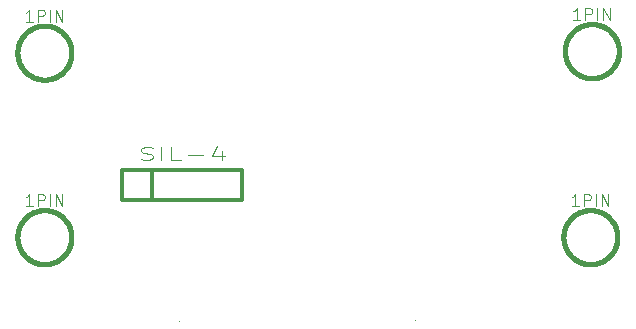
<source format=gto>
G04 ( created by brdgerber.py ( brdgerber.py v0.1 2014-03-12 ) ) date 2020-07-15 17:06:22 EDT*
G04 Gerber Fmt 3.4, Leading zero omitted, Abs format*
%MOIN*%
%FSLAX34Y34*%
G01*
G70*
G90*
G04 APERTURE LIST*
%ADD13R,0.0550X0.0550*%
%ADD18C,0.0472*%
%ADD16C,0.1600*%
%ADD15C,0.0120*%
%ADD12C,0.0000*%
%ADD11C,0.0787*%
%ADD10C,0.0200*%
%ADD14C,0.0550*%
%ADD17C,0.0150*%
G04 APERTURE END LIST*
G54D13*
D15*
G01X-06100Y00150D02*
G01X-06100Y00150D01*
D15*
G01X-06100Y-00850D02*
G01X-06100Y00150D01*
D15*
G01X-06100Y00150D02*
G01X-06100Y00150D01*
D15*
G01X-06100Y00150D02*
G01X-02100Y00150D01*
D15*
G01X-02100Y00150D02*
G01X-02100Y-00850D01*
D15*
G01X-02100Y-00850D02*
G01X-06100Y-00850D01*
D15*
G01X-05100Y-00850D02*
G01X-05100Y00150D01*
D12*
G01X-05482Y00497D02*
G01X-05385Y00477D01*
G01X-05222Y00477D01*
G01X-05157Y00497D01*
G01X-05124Y00518D01*
G01X-05092Y00558D01*
G01X-05092Y00599D01*
G01X-05124Y00640D01*
G01X-05157Y00660D01*
G01X-05222Y00681D01*
G01X-05352Y00701D01*
G01X-05417Y00721D01*
G01X-05450Y00742D01*
G01X-05482Y00782D01*
G01X-05482Y00823D01*
G01X-05450Y00864D01*
G01X-05417Y00884D01*
G01X-05352Y00905D01*
G01X-05190Y00905D01*
G01X-05092Y00884D01*
D12*
G01X-04799Y00477D02*
G01X-04799Y00905D01*
D12*
G01X-04149Y00477D02*
G01X-04474Y00477D01*
G01X-04474Y00905D01*
D12*
G01X-03921Y00640D02*
G01X-03401Y00640D01*
D12*
G01X-02783Y00762D02*
G01X-02783Y00477D01*
D12*
G01X-02945Y00925D02*
G01X-03108Y00619D01*
G01X-02685Y00619D01*
D17*
G01X-07800Y04050D02*
G01X-07800Y04050D01*
G01X-07800Y04072D01*
G01X-07801Y04094D01*
G01X-07802Y04116D01*
G01X-07804Y04138D01*
G01X-07807Y04160D01*
G01X-07810Y04182D01*
G01X-07813Y04204D01*
G01X-07817Y04226D01*
G01X-07822Y04247D01*
G01X-07827Y04269D01*
G01X-07833Y04290D01*
G01X-07839Y04311D01*
G01X-07845Y04332D01*
G01X-07853Y04353D01*
G01X-07860Y04374D01*
G01X-07869Y04394D01*
G01X-07877Y04415D01*
G01X-07886Y04435D01*
G01X-07896Y04455D01*
G01X-07906Y04474D01*
G01X-07917Y04494D01*
G01X-07928Y04513D01*
G01X-07940Y04531D01*
G01X-07952Y04550D01*
G01X-07964Y04568D01*
G01X-07977Y04586D01*
G01X-07990Y04604D01*
G01X-08004Y04621D01*
G01X-08019Y04638D01*
G01X-08033Y04654D01*
G01X-08048Y04671D01*
G01X-08064Y04686D01*
G01X-08079Y04702D01*
G01X-08096Y04717D01*
G01X-08112Y04731D01*
G01X-08129Y04746D01*
G01X-08146Y04760D01*
G01X-08164Y04773D01*
G01X-08182Y04786D01*
G01X-08200Y04798D01*
G01X-08219Y04810D01*
G01X-08237Y04822D01*
G01X-08256Y04833D01*
G01X-08276Y04844D01*
G01X-08295Y04854D01*
G01X-08315Y04864D01*
G01X-08335Y04873D01*
G01X-08356Y04881D01*
G01X-08376Y04890D01*
G01X-08397Y04897D01*
G01X-08418Y04905D01*
G01X-08439Y04911D01*
G01X-08460Y04917D01*
G01X-08481Y04923D01*
G01X-08503Y04928D01*
G01X-08524Y04933D01*
G01X-08546Y04937D01*
G01X-08568Y04940D01*
G01X-08590Y04943D01*
G01X-08612Y04946D01*
G01X-08634Y04948D01*
G01X-08656Y04949D01*
G01X-08678Y04950D01*
G01X-08700Y04950D01*
G01X-08722Y04950D01*
G01X-08744Y04949D01*
G01X-08766Y04948D01*
G01X-08788Y04946D01*
G01X-08810Y04943D01*
G01X-08832Y04940D01*
G01X-08854Y04937D01*
G01X-08876Y04933D01*
G01X-08897Y04928D01*
G01X-08919Y04923D01*
G01X-08940Y04917D01*
G01X-08961Y04911D01*
G01X-08982Y04905D01*
G01X-09003Y04897D01*
G01X-09024Y04890D01*
G01X-09044Y04881D01*
G01X-09065Y04873D01*
G01X-09085Y04864D01*
G01X-09105Y04854D01*
G01X-09124Y04844D01*
G01X-09144Y04833D01*
G01X-09163Y04822D01*
G01X-09181Y04810D01*
G01X-09200Y04798D01*
G01X-09218Y04786D01*
G01X-09236Y04773D01*
G01X-09254Y04760D01*
G01X-09271Y04746D01*
G01X-09288Y04731D01*
G01X-09304Y04717D01*
G01X-09321Y04702D01*
G01X-09336Y04686D01*
G01X-09352Y04671D01*
G01X-09367Y04654D01*
G01X-09381Y04638D01*
G01X-09396Y04621D01*
G01X-09410Y04604D01*
G01X-09423Y04586D01*
G01X-09436Y04568D01*
G01X-09448Y04550D01*
G01X-09460Y04531D01*
G01X-09472Y04513D01*
G01X-09483Y04494D01*
G01X-09494Y04474D01*
G01X-09504Y04455D01*
G01X-09514Y04435D01*
G01X-09523Y04415D01*
G01X-09531Y04394D01*
G01X-09540Y04374D01*
G01X-09547Y04353D01*
G01X-09555Y04332D01*
G01X-09561Y04311D01*
G01X-09567Y04290D01*
G01X-09573Y04269D01*
G01X-09578Y04247D01*
G01X-09583Y04226D01*
G01X-09587Y04204D01*
G01X-09590Y04182D01*
G01X-09593Y04160D01*
G01X-09596Y04138D01*
G01X-09598Y04116D01*
G01X-09599Y04094D01*
G01X-09600Y04072D01*
G01X-09600Y04050D01*
G01X-09600Y04028D01*
G01X-09599Y04006D01*
G01X-09598Y03984D01*
G01X-09596Y03962D01*
G01X-09593Y03940D01*
G01X-09590Y03918D01*
G01X-09587Y03896D01*
G01X-09583Y03874D01*
G01X-09578Y03853D01*
G01X-09573Y03831D01*
G01X-09567Y03810D01*
G01X-09561Y03789D01*
G01X-09555Y03768D01*
G01X-09547Y03747D01*
G01X-09540Y03726D01*
G01X-09531Y03706D01*
G01X-09523Y03685D01*
G01X-09514Y03665D01*
G01X-09504Y03645D01*
G01X-09494Y03626D01*
G01X-09483Y03606D01*
G01X-09472Y03587D01*
G01X-09460Y03569D01*
G01X-09448Y03550D01*
G01X-09436Y03532D01*
G01X-09423Y03514D01*
G01X-09410Y03496D01*
G01X-09396Y03479D01*
G01X-09381Y03462D01*
G01X-09367Y03446D01*
G01X-09352Y03429D01*
G01X-09336Y03414D01*
G01X-09321Y03398D01*
G01X-09304Y03383D01*
G01X-09288Y03369D01*
G01X-09271Y03354D01*
G01X-09254Y03340D01*
G01X-09236Y03327D01*
G01X-09218Y03314D01*
G01X-09200Y03302D01*
G01X-09181Y03290D01*
G01X-09163Y03278D01*
G01X-09144Y03267D01*
G01X-09124Y03256D01*
G01X-09105Y03246D01*
G01X-09085Y03236D01*
G01X-09065Y03227D01*
G01X-09044Y03219D01*
G01X-09024Y03210D01*
G01X-09003Y03203D01*
G01X-08982Y03195D01*
G01X-08961Y03189D01*
G01X-08940Y03183D01*
G01X-08919Y03177D01*
G01X-08897Y03172D01*
G01X-08876Y03167D01*
G01X-08854Y03163D01*
G01X-08832Y03160D01*
G01X-08810Y03157D01*
G01X-08788Y03154D01*
G01X-08766Y03152D01*
G01X-08744Y03151D01*
G01X-08722Y03150D01*
G01X-08700Y03150D01*
G01X-08678Y03150D01*
G01X-08656Y03151D01*
G01X-08634Y03152D01*
G01X-08612Y03154D01*
G01X-08590Y03157D01*
G01X-08568Y03160D01*
G01X-08546Y03163D01*
G01X-08524Y03167D01*
G01X-08503Y03172D01*
G01X-08481Y03177D01*
G01X-08460Y03183D01*
G01X-08439Y03189D01*
G01X-08418Y03195D01*
G01X-08397Y03203D01*
G01X-08376Y03210D01*
G01X-08356Y03219D01*
G01X-08335Y03227D01*
G01X-08315Y03236D01*
G01X-08295Y03246D01*
G01X-08276Y03256D01*
G01X-08256Y03267D01*
G01X-08237Y03278D01*
G01X-08219Y03290D01*
G01X-08200Y03302D01*
G01X-08182Y03314D01*
G01X-08164Y03327D01*
G01X-08146Y03340D01*
G01X-08129Y03354D01*
G01X-08112Y03369D01*
G01X-08096Y03383D01*
G01X-08079Y03398D01*
G01X-08064Y03414D01*
G01X-08048Y03429D01*
G01X-08033Y03446D01*
G01X-08019Y03462D01*
G01X-08004Y03479D01*
G01X-07990Y03496D01*
G01X-07977Y03514D01*
G01X-07964Y03532D01*
G01X-07952Y03550D01*
G01X-07940Y03569D01*
G01X-07928Y03587D01*
G01X-07917Y03606D01*
G01X-07906Y03626D01*
G01X-07896Y03645D01*
G01X-07886Y03665D01*
G01X-07877Y03685D01*
G01X-07869Y03706D01*
G01X-07860Y03726D01*
G01X-07853Y03747D01*
G01X-07845Y03768D01*
G01X-07839Y03789D01*
G01X-07833Y03810D01*
G01X-07827Y03831D01*
G01X-07822Y03853D01*
G01X-07817Y03874D01*
G01X-07813Y03896D01*
G01X-07810Y03918D01*
G01X-07807Y03940D01*
G01X-07804Y03962D01*
G01X-07802Y03984D01*
G01X-07801Y04006D01*
G01X-07800Y04028D01*
G01X-07800Y04050D01*
D12*
G01X-09090Y05088D02*
G01X-09319Y05088D01*
D12*
G01X-09205Y05088D02*
G01X-09205Y05488D01*
G01X-09243Y05431D01*
G01X-09281Y05393D01*
G01X-09319Y05374D01*
D12*
G01X-08919Y05088D02*
G01X-08919Y05488D01*
G01X-08767Y05488D01*
G01X-08729Y05469D01*
G01X-08710Y05450D01*
G01X-08690Y05412D01*
G01X-08690Y05355D01*
G01X-08710Y05317D01*
G01X-08729Y05298D01*
G01X-08767Y05279D01*
G01X-08919Y05279D01*
D12*
G01X-08519Y05088D02*
G01X-08519Y05488D01*
D12*
G01X-08329Y05088D02*
G01X-08329Y05488D01*
G01X-08100Y05088D01*
G01X-08100Y05488D01*
D17*
G01X10450Y04100D02*
G01X10450Y04100D01*
G01X10450Y04122D01*
G01X10449Y04144D01*
G01X10448Y04166D01*
G01X10446Y04188D01*
G01X10443Y04210D01*
G01X10440Y04232D01*
G01X10437Y04254D01*
G01X10433Y04276D01*
G01X10428Y04297D01*
G01X10423Y04319D01*
G01X10417Y04340D01*
G01X10411Y04361D01*
G01X10405Y04382D01*
G01X10397Y04403D01*
G01X10390Y04424D01*
G01X10381Y04444D01*
G01X10373Y04465D01*
G01X10364Y04485D01*
G01X10354Y04505D01*
G01X10344Y04524D01*
G01X10333Y04544D01*
G01X10322Y04563D01*
G01X10310Y04581D01*
G01X10298Y04600D01*
G01X10286Y04618D01*
G01X10273Y04636D01*
G01X10260Y04654D01*
G01X10246Y04671D01*
G01X10231Y04688D01*
G01X10217Y04704D01*
G01X10202Y04721D01*
G01X10186Y04736D01*
G01X10171Y04752D01*
G01X10154Y04767D01*
G01X10138Y04781D01*
G01X10121Y04796D01*
G01X10104Y04810D01*
G01X10086Y04823D01*
G01X10068Y04836D01*
G01X10050Y04848D01*
G01X10031Y04860D01*
G01X10013Y04872D01*
G01X09994Y04883D01*
G01X09974Y04894D01*
G01X09955Y04904D01*
G01X09935Y04914D01*
G01X09915Y04923D01*
G01X09894Y04931D01*
G01X09874Y04940D01*
G01X09853Y04947D01*
G01X09832Y04955D01*
G01X09811Y04961D01*
G01X09790Y04967D01*
G01X09769Y04973D01*
G01X09747Y04978D01*
G01X09726Y04983D01*
G01X09704Y04987D01*
G01X09682Y04990D01*
G01X09660Y04993D01*
G01X09638Y04996D01*
G01X09616Y04998D01*
G01X09594Y04999D01*
G01X09572Y05000D01*
G01X09550Y05000D01*
G01X09528Y05000D01*
G01X09506Y04999D01*
G01X09484Y04998D01*
G01X09462Y04996D01*
G01X09440Y04993D01*
G01X09418Y04990D01*
G01X09396Y04987D01*
G01X09374Y04983D01*
G01X09353Y04978D01*
G01X09331Y04973D01*
G01X09310Y04967D01*
G01X09289Y04961D01*
G01X09268Y04955D01*
G01X09247Y04947D01*
G01X09226Y04940D01*
G01X09206Y04931D01*
G01X09185Y04923D01*
G01X09165Y04914D01*
G01X09145Y04904D01*
G01X09126Y04894D01*
G01X09106Y04883D01*
G01X09087Y04872D01*
G01X09069Y04860D01*
G01X09050Y04848D01*
G01X09032Y04836D01*
G01X09014Y04823D01*
G01X08996Y04810D01*
G01X08979Y04796D01*
G01X08962Y04781D01*
G01X08946Y04767D01*
G01X08929Y04752D01*
G01X08914Y04736D01*
G01X08898Y04721D01*
G01X08883Y04704D01*
G01X08869Y04688D01*
G01X08854Y04671D01*
G01X08840Y04654D01*
G01X08827Y04636D01*
G01X08814Y04618D01*
G01X08802Y04600D01*
G01X08790Y04581D01*
G01X08778Y04563D01*
G01X08767Y04544D01*
G01X08756Y04524D01*
G01X08746Y04505D01*
G01X08736Y04485D01*
G01X08727Y04465D01*
G01X08719Y04444D01*
G01X08710Y04424D01*
G01X08703Y04403D01*
G01X08695Y04382D01*
G01X08689Y04361D01*
G01X08683Y04340D01*
G01X08677Y04319D01*
G01X08672Y04297D01*
G01X08667Y04276D01*
G01X08663Y04254D01*
G01X08660Y04232D01*
G01X08657Y04210D01*
G01X08654Y04188D01*
G01X08652Y04166D01*
G01X08651Y04144D01*
G01X08650Y04122D01*
G01X08650Y04100D01*
G01X08650Y04078D01*
G01X08651Y04056D01*
G01X08652Y04034D01*
G01X08654Y04012D01*
G01X08657Y03990D01*
G01X08660Y03968D01*
G01X08663Y03946D01*
G01X08667Y03924D01*
G01X08672Y03903D01*
G01X08677Y03881D01*
G01X08683Y03860D01*
G01X08689Y03839D01*
G01X08695Y03818D01*
G01X08703Y03797D01*
G01X08710Y03776D01*
G01X08719Y03756D01*
G01X08727Y03735D01*
G01X08736Y03715D01*
G01X08746Y03695D01*
G01X08756Y03676D01*
G01X08767Y03656D01*
G01X08778Y03637D01*
G01X08790Y03619D01*
G01X08802Y03600D01*
G01X08814Y03582D01*
G01X08827Y03564D01*
G01X08840Y03546D01*
G01X08854Y03529D01*
G01X08869Y03512D01*
G01X08883Y03496D01*
G01X08898Y03479D01*
G01X08914Y03464D01*
G01X08929Y03448D01*
G01X08946Y03433D01*
G01X08962Y03419D01*
G01X08979Y03404D01*
G01X08996Y03390D01*
G01X09014Y03377D01*
G01X09032Y03364D01*
G01X09050Y03352D01*
G01X09069Y03340D01*
G01X09087Y03328D01*
G01X09106Y03317D01*
G01X09126Y03306D01*
G01X09145Y03296D01*
G01X09165Y03286D01*
G01X09185Y03277D01*
G01X09206Y03269D01*
G01X09226Y03260D01*
G01X09247Y03253D01*
G01X09268Y03245D01*
G01X09289Y03239D01*
G01X09310Y03233D01*
G01X09331Y03227D01*
G01X09353Y03222D01*
G01X09374Y03217D01*
G01X09396Y03213D01*
G01X09418Y03210D01*
G01X09440Y03207D01*
G01X09462Y03204D01*
G01X09484Y03202D01*
G01X09506Y03201D01*
G01X09528Y03200D01*
G01X09550Y03200D01*
G01X09572Y03200D01*
G01X09594Y03201D01*
G01X09616Y03202D01*
G01X09638Y03204D01*
G01X09660Y03207D01*
G01X09682Y03210D01*
G01X09704Y03213D01*
G01X09726Y03217D01*
G01X09747Y03222D01*
G01X09769Y03227D01*
G01X09790Y03233D01*
G01X09811Y03239D01*
G01X09832Y03245D01*
G01X09853Y03253D01*
G01X09874Y03260D01*
G01X09894Y03269D01*
G01X09915Y03277D01*
G01X09935Y03286D01*
G01X09955Y03296D01*
G01X09974Y03306D01*
G01X09994Y03317D01*
G01X10013Y03328D01*
G01X10031Y03340D01*
G01X10050Y03352D01*
G01X10068Y03364D01*
G01X10086Y03377D01*
G01X10104Y03390D01*
G01X10121Y03404D01*
G01X10138Y03419D01*
G01X10154Y03433D01*
G01X10171Y03448D01*
G01X10186Y03464D01*
G01X10202Y03479D01*
G01X10217Y03496D01*
G01X10231Y03512D01*
G01X10246Y03529D01*
G01X10260Y03546D01*
G01X10273Y03564D01*
G01X10286Y03582D01*
G01X10298Y03600D01*
G01X10310Y03619D01*
G01X10322Y03637D01*
G01X10333Y03656D01*
G01X10344Y03676D01*
G01X10354Y03695D01*
G01X10364Y03715D01*
G01X10373Y03735D01*
G01X10381Y03756D01*
G01X10390Y03776D01*
G01X10397Y03797D01*
G01X10405Y03818D01*
G01X10411Y03839D01*
G01X10417Y03860D01*
G01X10423Y03881D01*
G01X10428Y03903D01*
G01X10433Y03924D01*
G01X10437Y03946D01*
G01X10440Y03968D01*
G01X10443Y03990D01*
G01X10446Y04012D01*
G01X10448Y04034D01*
G01X10449Y04056D01*
G01X10450Y04078D01*
G01X10450Y04100D01*
D12*
G01X09160Y05138D02*
G01X08931Y05138D01*
D12*
G01X09045Y05138D02*
G01X09045Y05538D01*
G01X09007Y05481D01*
G01X08969Y05443D01*
G01X08931Y05424D01*
D12*
G01X09331Y05138D02*
G01X09331Y05538D01*
G01X09483Y05538D01*
G01X09521Y05519D01*
G01X09540Y05500D01*
G01X09560Y05462D01*
G01X09560Y05405D01*
G01X09540Y05367D01*
G01X09521Y05348D01*
G01X09483Y05329D01*
G01X09331Y05329D01*
D12*
G01X09731Y05138D02*
G01X09731Y05538D01*
D12*
G01X09921Y05138D02*
G01X09921Y05538D01*
G01X10150Y05138D01*
G01X10150Y05538D01*
D17*
G01X-07800Y-02100D02*
G01X-07800Y-02100D01*
G01X-07800Y-02078D01*
G01X-07801Y-02056D01*
G01X-07802Y-02034D01*
G01X-07804Y-02012D01*
G01X-07807Y-01990D01*
G01X-07810Y-01968D01*
G01X-07813Y-01946D01*
G01X-07817Y-01924D01*
G01X-07822Y-01903D01*
G01X-07827Y-01881D01*
G01X-07833Y-01860D01*
G01X-07839Y-01839D01*
G01X-07845Y-01818D01*
G01X-07853Y-01797D01*
G01X-07860Y-01776D01*
G01X-07869Y-01756D01*
G01X-07877Y-01735D01*
G01X-07886Y-01715D01*
G01X-07896Y-01695D01*
G01X-07906Y-01676D01*
G01X-07917Y-01656D01*
G01X-07928Y-01637D01*
G01X-07940Y-01619D01*
G01X-07952Y-01600D01*
G01X-07964Y-01582D01*
G01X-07977Y-01564D01*
G01X-07990Y-01546D01*
G01X-08004Y-01529D01*
G01X-08019Y-01512D01*
G01X-08033Y-01496D01*
G01X-08048Y-01479D01*
G01X-08064Y-01464D01*
G01X-08079Y-01448D01*
G01X-08096Y-01433D01*
G01X-08112Y-01419D01*
G01X-08129Y-01404D01*
G01X-08146Y-01390D01*
G01X-08164Y-01377D01*
G01X-08182Y-01364D01*
G01X-08200Y-01352D01*
G01X-08219Y-01340D01*
G01X-08237Y-01328D01*
G01X-08256Y-01317D01*
G01X-08276Y-01306D01*
G01X-08295Y-01296D01*
G01X-08315Y-01286D01*
G01X-08335Y-01277D01*
G01X-08356Y-01269D01*
G01X-08376Y-01260D01*
G01X-08397Y-01253D01*
G01X-08418Y-01245D01*
G01X-08439Y-01239D01*
G01X-08460Y-01233D01*
G01X-08481Y-01227D01*
G01X-08503Y-01222D01*
G01X-08524Y-01217D01*
G01X-08546Y-01213D01*
G01X-08568Y-01210D01*
G01X-08590Y-01207D01*
G01X-08612Y-01204D01*
G01X-08634Y-01202D01*
G01X-08656Y-01201D01*
G01X-08678Y-01200D01*
G01X-08700Y-01200D01*
G01X-08722Y-01200D01*
G01X-08744Y-01201D01*
G01X-08766Y-01202D01*
G01X-08788Y-01204D01*
G01X-08810Y-01207D01*
G01X-08832Y-01210D01*
G01X-08854Y-01213D01*
G01X-08876Y-01217D01*
G01X-08897Y-01222D01*
G01X-08919Y-01227D01*
G01X-08940Y-01233D01*
G01X-08961Y-01239D01*
G01X-08982Y-01245D01*
G01X-09003Y-01253D01*
G01X-09024Y-01260D01*
G01X-09044Y-01269D01*
G01X-09065Y-01277D01*
G01X-09085Y-01286D01*
G01X-09105Y-01296D01*
G01X-09124Y-01306D01*
G01X-09144Y-01317D01*
G01X-09163Y-01328D01*
G01X-09181Y-01340D01*
G01X-09200Y-01352D01*
G01X-09218Y-01364D01*
G01X-09236Y-01377D01*
G01X-09254Y-01390D01*
G01X-09271Y-01404D01*
G01X-09288Y-01419D01*
G01X-09304Y-01433D01*
G01X-09321Y-01448D01*
G01X-09336Y-01464D01*
G01X-09352Y-01479D01*
G01X-09367Y-01496D01*
G01X-09381Y-01512D01*
G01X-09396Y-01529D01*
G01X-09410Y-01546D01*
G01X-09423Y-01564D01*
G01X-09436Y-01582D01*
G01X-09448Y-01600D01*
G01X-09460Y-01619D01*
G01X-09472Y-01637D01*
G01X-09483Y-01656D01*
G01X-09494Y-01676D01*
G01X-09504Y-01695D01*
G01X-09514Y-01715D01*
G01X-09523Y-01735D01*
G01X-09531Y-01756D01*
G01X-09540Y-01776D01*
G01X-09547Y-01797D01*
G01X-09555Y-01818D01*
G01X-09561Y-01839D01*
G01X-09567Y-01860D01*
G01X-09573Y-01881D01*
G01X-09578Y-01903D01*
G01X-09583Y-01924D01*
G01X-09587Y-01946D01*
G01X-09590Y-01968D01*
G01X-09593Y-01990D01*
G01X-09596Y-02012D01*
G01X-09598Y-02034D01*
G01X-09599Y-02056D01*
G01X-09600Y-02078D01*
G01X-09600Y-02100D01*
G01X-09600Y-02122D01*
G01X-09599Y-02144D01*
G01X-09598Y-02166D01*
G01X-09596Y-02188D01*
G01X-09593Y-02210D01*
G01X-09590Y-02232D01*
G01X-09587Y-02254D01*
G01X-09583Y-02276D01*
G01X-09578Y-02297D01*
G01X-09573Y-02319D01*
G01X-09567Y-02340D01*
G01X-09561Y-02361D01*
G01X-09555Y-02382D01*
G01X-09547Y-02403D01*
G01X-09540Y-02424D01*
G01X-09531Y-02444D01*
G01X-09523Y-02465D01*
G01X-09514Y-02485D01*
G01X-09504Y-02505D01*
G01X-09494Y-02524D01*
G01X-09483Y-02544D01*
G01X-09472Y-02563D01*
G01X-09460Y-02581D01*
G01X-09448Y-02600D01*
G01X-09436Y-02618D01*
G01X-09423Y-02636D01*
G01X-09410Y-02654D01*
G01X-09396Y-02671D01*
G01X-09381Y-02688D01*
G01X-09367Y-02704D01*
G01X-09352Y-02721D01*
G01X-09336Y-02736D01*
G01X-09321Y-02752D01*
G01X-09304Y-02767D01*
G01X-09288Y-02781D01*
G01X-09271Y-02796D01*
G01X-09254Y-02810D01*
G01X-09236Y-02823D01*
G01X-09218Y-02836D01*
G01X-09200Y-02848D01*
G01X-09181Y-02860D01*
G01X-09163Y-02872D01*
G01X-09144Y-02883D01*
G01X-09124Y-02894D01*
G01X-09105Y-02904D01*
G01X-09085Y-02914D01*
G01X-09065Y-02923D01*
G01X-09044Y-02931D01*
G01X-09024Y-02940D01*
G01X-09003Y-02947D01*
G01X-08982Y-02955D01*
G01X-08961Y-02961D01*
G01X-08940Y-02967D01*
G01X-08919Y-02973D01*
G01X-08897Y-02978D01*
G01X-08876Y-02983D01*
G01X-08854Y-02987D01*
G01X-08832Y-02990D01*
G01X-08810Y-02993D01*
G01X-08788Y-02996D01*
G01X-08766Y-02998D01*
G01X-08744Y-02999D01*
G01X-08722Y-03000D01*
G01X-08700Y-03000D01*
G01X-08678Y-03000D01*
G01X-08656Y-02999D01*
G01X-08634Y-02998D01*
G01X-08612Y-02996D01*
G01X-08590Y-02993D01*
G01X-08568Y-02990D01*
G01X-08546Y-02987D01*
G01X-08524Y-02983D01*
G01X-08503Y-02978D01*
G01X-08481Y-02973D01*
G01X-08460Y-02967D01*
G01X-08439Y-02961D01*
G01X-08418Y-02955D01*
G01X-08397Y-02947D01*
G01X-08376Y-02940D01*
G01X-08356Y-02931D01*
G01X-08335Y-02923D01*
G01X-08315Y-02914D01*
G01X-08295Y-02904D01*
G01X-08276Y-02894D01*
G01X-08256Y-02883D01*
G01X-08237Y-02872D01*
G01X-08219Y-02860D01*
G01X-08200Y-02848D01*
G01X-08182Y-02836D01*
G01X-08164Y-02823D01*
G01X-08146Y-02810D01*
G01X-08129Y-02796D01*
G01X-08112Y-02781D01*
G01X-08096Y-02767D01*
G01X-08079Y-02752D01*
G01X-08064Y-02736D01*
G01X-08048Y-02721D01*
G01X-08033Y-02704D01*
G01X-08019Y-02688D01*
G01X-08004Y-02671D01*
G01X-07990Y-02654D01*
G01X-07977Y-02636D01*
G01X-07964Y-02618D01*
G01X-07952Y-02600D01*
G01X-07940Y-02581D01*
G01X-07928Y-02563D01*
G01X-07917Y-02544D01*
G01X-07906Y-02524D01*
G01X-07896Y-02505D01*
G01X-07886Y-02485D01*
G01X-07877Y-02465D01*
G01X-07869Y-02444D01*
G01X-07860Y-02424D01*
G01X-07853Y-02403D01*
G01X-07845Y-02382D01*
G01X-07839Y-02361D01*
G01X-07833Y-02340D01*
G01X-07827Y-02319D01*
G01X-07822Y-02297D01*
G01X-07817Y-02276D01*
G01X-07813Y-02254D01*
G01X-07810Y-02232D01*
G01X-07807Y-02210D01*
G01X-07804Y-02188D01*
G01X-07802Y-02166D01*
G01X-07801Y-02144D01*
G01X-07800Y-02122D01*
G01X-07800Y-02100D01*
D12*
G01X-09090Y-01062D02*
G01X-09319Y-01062D01*
D12*
G01X-09205Y-01062D02*
G01X-09205Y-00662D01*
G01X-09243Y-00719D01*
G01X-09281Y-00757D01*
G01X-09319Y-00776D01*
D12*
G01X-08919Y-01062D02*
G01X-08919Y-00662D01*
G01X-08767Y-00662D01*
G01X-08729Y-00681D01*
G01X-08710Y-00700D01*
G01X-08690Y-00738D01*
G01X-08690Y-00795D01*
G01X-08710Y-00833D01*
G01X-08729Y-00852D01*
G01X-08767Y-00871D01*
G01X-08919Y-00871D01*
D12*
G01X-08519Y-01062D02*
G01X-08519Y-00662D01*
D12*
G01X-08329Y-01062D02*
G01X-08329Y-00662D01*
G01X-08100Y-01062D01*
G01X-08100Y-00662D01*
D17*
G01X10400Y-02100D02*
G01X10400Y-02100D01*
G01X10400Y-02078D01*
G01X10399Y-02056D01*
G01X10398Y-02034D01*
G01X10396Y-02012D01*
G01X10393Y-01990D01*
G01X10390Y-01968D01*
G01X10387Y-01946D01*
G01X10383Y-01924D01*
G01X10378Y-01903D01*
G01X10373Y-01881D01*
G01X10367Y-01860D01*
G01X10361Y-01839D01*
G01X10355Y-01818D01*
G01X10347Y-01797D01*
G01X10340Y-01776D01*
G01X10331Y-01756D01*
G01X10323Y-01735D01*
G01X10314Y-01715D01*
G01X10304Y-01695D01*
G01X10294Y-01676D01*
G01X10283Y-01656D01*
G01X10272Y-01637D01*
G01X10260Y-01619D01*
G01X10248Y-01600D01*
G01X10236Y-01582D01*
G01X10223Y-01564D01*
G01X10210Y-01546D01*
G01X10196Y-01529D01*
G01X10181Y-01512D01*
G01X10167Y-01496D01*
G01X10152Y-01479D01*
G01X10136Y-01464D01*
G01X10121Y-01448D01*
G01X10104Y-01433D01*
G01X10088Y-01419D01*
G01X10071Y-01404D01*
G01X10054Y-01390D01*
G01X10036Y-01377D01*
G01X10018Y-01364D01*
G01X10000Y-01352D01*
G01X09981Y-01340D01*
G01X09963Y-01328D01*
G01X09944Y-01317D01*
G01X09924Y-01306D01*
G01X09905Y-01296D01*
G01X09885Y-01286D01*
G01X09865Y-01277D01*
G01X09844Y-01269D01*
G01X09824Y-01260D01*
G01X09803Y-01253D01*
G01X09782Y-01245D01*
G01X09761Y-01239D01*
G01X09740Y-01233D01*
G01X09719Y-01227D01*
G01X09697Y-01222D01*
G01X09676Y-01217D01*
G01X09654Y-01213D01*
G01X09632Y-01210D01*
G01X09610Y-01207D01*
G01X09588Y-01204D01*
G01X09566Y-01202D01*
G01X09544Y-01201D01*
G01X09522Y-01200D01*
G01X09500Y-01200D01*
G01X09478Y-01200D01*
G01X09456Y-01201D01*
G01X09434Y-01202D01*
G01X09412Y-01204D01*
G01X09390Y-01207D01*
G01X09368Y-01210D01*
G01X09346Y-01213D01*
G01X09324Y-01217D01*
G01X09303Y-01222D01*
G01X09281Y-01227D01*
G01X09260Y-01233D01*
G01X09239Y-01239D01*
G01X09218Y-01245D01*
G01X09197Y-01253D01*
G01X09176Y-01260D01*
G01X09156Y-01269D01*
G01X09135Y-01277D01*
G01X09115Y-01286D01*
G01X09095Y-01296D01*
G01X09076Y-01306D01*
G01X09056Y-01317D01*
G01X09037Y-01328D01*
G01X09019Y-01340D01*
G01X09000Y-01352D01*
G01X08982Y-01364D01*
G01X08964Y-01377D01*
G01X08946Y-01390D01*
G01X08929Y-01404D01*
G01X08912Y-01419D01*
G01X08896Y-01433D01*
G01X08879Y-01448D01*
G01X08864Y-01464D01*
G01X08848Y-01479D01*
G01X08833Y-01496D01*
G01X08819Y-01512D01*
G01X08804Y-01529D01*
G01X08790Y-01546D01*
G01X08777Y-01564D01*
G01X08764Y-01582D01*
G01X08752Y-01600D01*
G01X08740Y-01619D01*
G01X08728Y-01637D01*
G01X08717Y-01656D01*
G01X08706Y-01676D01*
G01X08696Y-01695D01*
G01X08686Y-01715D01*
G01X08677Y-01735D01*
G01X08669Y-01756D01*
G01X08660Y-01776D01*
G01X08653Y-01797D01*
G01X08645Y-01818D01*
G01X08639Y-01839D01*
G01X08633Y-01860D01*
G01X08627Y-01881D01*
G01X08622Y-01903D01*
G01X08617Y-01924D01*
G01X08613Y-01946D01*
G01X08610Y-01968D01*
G01X08607Y-01990D01*
G01X08604Y-02012D01*
G01X08602Y-02034D01*
G01X08601Y-02056D01*
G01X08600Y-02078D01*
G01X08600Y-02100D01*
G01X08600Y-02122D01*
G01X08601Y-02144D01*
G01X08602Y-02166D01*
G01X08604Y-02188D01*
G01X08607Y-02210D01*
G01X08610Y-02232D01*
G01X08613Y-02254D01*
G01X08617Y-02276D01*
G01X08622Y-02297D01*
G01X08627Y-02319D01*
G01X08633Y-02340D01*
G01X08639Y-02361D01*
G01X08645Y-02382D01*
G01X08653Y-02403D01*
G01X08660Y-02424D01*
G01X08669Y-02444D01*
G01X08677Y-02465D01*
G01X08686Y-02485D01*
G01X08696Y-02505D01*
G01X08706Y-02524D01*
G01X08717Y-02544D01*
G01X08728Y-02563D01*
G01X08740Y-02581D01*
G01X08752Y-02600D01*
G01X08764Y-02618D01*
G01X08777Y-02636D01*
G01X08790Y-02654D01*
G01X08804Y-02671D01*
G01X08819Y-02688D01*
G01X08833Y-02704D01*
G01X08848Y-02721D01*
G01X08864Y-02736D01*
G01X08879Y-02752D01*
G01X08896Y-02767D01*
G01X08912Y-02781D01*
G01X08929Y-02796D01*
G01X08946Y-02810D01*
G01X08964Y-02823D01*
G01X08982Y-02836D01*
G01X09000Y-02848D01*
G01X09019Y-02860D01*
G01X09037Y-02872D01*
G01X09056Y-02883D01*
G01X09076Y-02894D01*
G01X09095Y-02904D01*
G01X09115Y-02914D01*
G01X09135Y-02923D01*
G01X09156Y-02931D01*
G01X09176Y-02940D01*
G01X09197Y-02947D01*
G01X09218Y-02955D01*
G01X09239Y-02961D01*
G01X09260Y-02967D01*
G01X09281Y-02973D01*
G01X09303Y-02978D01*
G01X09324Y-02983D01*
G01X09346Y-02987D01*
G01X09368Y-02990D01*
G01X09390Y-02993D01*
G01X09412Y-02996D01*
G01X09434Y-02998D01*
G01X09456Y-02999D01*
G01X09478Y-03000D01*
G01X09500Y-03000D01*
G01X09522Y-03000D01*
G01X09544Y-02999D01*
G01X09566Y-02998D01*
G01X09588Y-02996D01*
G01X09610Y-02993D01*
G01X09632Y-02990D01*
G01X09654Y-02987D01*
G01X09676Y-02983D01*
G01X09697Y-02978D01*
G01X09719Y-02973D01*
G01X09740Y-02967D01*
G01X09761Y-02961D01*
G01X09782Y-02955D01*
G01X09803Y-02947D01*
G01X09824Y-02940D01*
G01X09844Y-02931D01*
G01X09865Y-02923D01*
G01X09885Y-02914D01*
G01X09905Y-02904D01*
G01X09924Y-02894D01*
G01X09944Y-02883D01*
G01X09963Y-02872D01*
G01X09981Y-02860D01*
G01X10000Y-02848D01*
G01X10018Y-02836D01*
G01X10036Y-02823D01*
G01X10054Y-02810D01*
G01X10071Y-02796D01*
G01X10088Y-02781D01*
G01X10104Y-02767D01*
G01X10121Y-02752D01*
G01X10136Y-02736D01*
G01X10152Y-02721D01*
G01X10167Y-02704D01*
G01X10181Y-02688D01*
G01X10196Y-02671D01*
G01X10210Y-02654D01*
G01X10223Y-02636D01*
G01X10236Y-02618D01*
G01X10248Y-02600D01*
G01X10260Y-02581D01*
G01X10272Y-02563D01*
G01X10283Y-02544D01*
G01X10294Y-02524D01*
G01X10304Y-02505D01*
G01X10314Y-02485D01*
G01X10323Y-02465D01*
G01X10331Y-02444D01*
G01X10340Y-02424D01*
G01X10347Y-02403D01*
G01X10355Y-02382D01*
G01X10361Y-02361D01*
G01X10367Y-02340D01*
G01X10373Y-02319D01*
G01X10378Y-02297D01*
G01X10383Y-02276D01*
G01X10387Y-02254D01*
G01X10390Y-02232D01*
G01X10393Y-02210D01*
G01X10396Y-02188D01*
G01X10398Y-02166D01*
G01X10399Y-02144D01*
G01X10400Y-02122D01*
G01X10400Y-02100D01*
D12*
G01X09110Y-01062D02*
G01X08881Y-01062D01*
D12*
G01X08995Y-01062D02*
G01X08995Y-00662D01*
G01X08957Y-00719D01*
G01X08919Y-00757D01*
G01X08881Y-00776D01*
D12*
G01X09281Y-01062D02*
G01X09281Y-00662D01*
G01X09433Y-00662D01*
G01X09471Y-00681D01*
G01X09490Y-00700D01*
G01X09510Y-00738D01*
G01X09510Y-00795D01*
G01X09490Y-00833D01*
G01X09471Y-00852D01*
G01X09433Y-00871D01*
G01X09281Y-00871D01*
D12*
G01X09681Y-01062D02*
G01X09681Y-00662D01*
D12*
G01X09871Y-01062D02*
G01X09871Y-00662D01*
G01X10100Y-01062D01*
G01X10100Y-00662D01*
D12*
G01X-04200Y-04900D02*
G01X-04200Y-04900D01*
G01X-04200Y-04900D01*
D12*
G01X-04200Y-04900D02*
G01X-04200Y-04900D01*
G01X-04200Y-04900D01*
G01X-04200Y-04900D01*
D12*
G01X-04200Y-04900D02*
G01X-04200Y-04900D01*
D12*
G01X-04200Y-04900D02*
G01X-04200Y-04900D01*
G01X-04200Y-04900D01*
D12*
G01X-04200Y-04900D02*
G01X-04200Y-04900D01*
G01X-04200Y-04900D01*
G01X-04200Y-04900D01*
G01X-04200Y-04900D01*
D12*
G01X-04200Y-04900D02*
G01X-04200Y-04900D01*
D12*
G01X-04200Y-04900D02*
G01X-04200Y-04900D01*
G01X-04200Y-04900D01*
G01X-04200Y-04900D01*
D12*
G01X-04200Y-04900D02*
G01X-04200Y-04900D01*
G01X-04200Y-04900D01*
D12*
G01X-04200Y-04900D02*
G01X-04200Y-04900D01*
G01X-04200Y-04900D01*
G01X-04200Y-04900D01*
G01X-04200Y-04900D01*
G01X-04200Y-04900D01*
D12*
G01X-04200Y-04900D02*
G01X-04200Y-04900D01*
G01X-04200Y-04900D01*
G01X-04200Y-04900D01*
G01X-04200Y-04900D01*
G01X-04200Y-04900D01*
G01X-04200Y-04900D01*
G01X-04200Y-04900D01*
G01X-04200Y-04900D01*
G01X-04200Y-04900D01*
D12*
G01X-04200Y-04900D02*
G01X-04200Y-04900D01*
G01X-04200Y-04900D01*
G01X-04200Y-04900D01*
D12*
G01X-04200Y-04900D02*
G01X-04200Y-04900D01*
D12*
G01X-04200Y-04900D02*
G01X-04200Y-04900D01*
G01X-04200Y-04900D01*
D12*
G01X-04200Y-04900D02*
G01X-04200Y-04900D01*
G01X-04200Y-04900D01*
D12*
G01X-04200Y-04900D02*
G01X-04200Y-04900D01*
D12*
G01X-04200Y-04900D02*
G01X-04200Y-04900D01*
G01X-04200Y-04900D01*
D12*
G01X-04200Y-04900D02*
G01X-04200Y-04900D01*
G01X-04200Y-04900D01*
D12*
G01X03650Y-04850D02*
G01X03650Y-04850D01*
G01X03650Y-04850D01*
D12*
G01X03650Y-04850D02*
G01X03650Y-04850D01*
G01X03650Y-04850D01*
G01X03650Y-04850D01*
D12*
G01X03650Y-04850D02*
G01X03650Y-04850D01*
D12*
G01X03650Y-04850D02*
G01X03650Y-04850D01*
G01X03650Y-04850D01*
D12*
G01X03650Y-04850D02*
G01X03650Y-04850D01*
G01X03650Y-04850D01*
G01X03650Y-04850D01*
G01X03650Y-04850D01*
D12*
G01X03650Y-04850D02*
G01X03650Y-04850D01*
D12*
G01X03650Y-04850D02*
G01X03650Y-04850D01*
G01X03650Y-04850D01*
G01X03650Y-04850D01*
D12*
G01X03650Y-04850D02*
G01X03650Y-04850D01*
G01X03650Y-04850D01*
D12*
G01X03650Y-04850D02*
G01X03650Y-04850D01*
G01X03650Y-04850D01*
G01X03650Y-04850D01*
G01X03650Y-04850D01*
G01X03650Y-04850D01*
D12*
G01X03650Y-04850D02*
G01X03650Y-04850D01*
G01X03650Y-04850D01*
G01X03650Y-04850D01*
G01X03650Y-04850D01*
G01X03650Y-04850D01*
G01X03650Y-04850D01*
G01X03650Y-04850D01*
G01X03650Y-04850D01*
G01X03650Y-04850D01*
D12*
G01X03650Y-04850D02*
G01X03650Y-04850D01*
G01X03650Y-04850D01*
G01X03650Y-04850D01*
D12*
G01X03650Y-04850D02*
G01X03650Y-04850D01*
D12*
G01X03650Y-04850D02*
G01X03650Y-04850D01*
G01X03650Y-04850D01*
D12*
G01X03650Y-04850D02*
G01X03650Y-04850D01*
G01X03650Y-04850D01*
D12*
G01X03650Y-04850D02*
G01X03650Y-04850D01*
D12*
G01X03650Y-04850D02*
G01X03650Y-04850D01*
G01X03650Y-04850D01*
D12*
G01X03650Y-04850D02*
G01X03650Y-04850D01*
G01X03650Y-04850D01*
M02*

</source>
